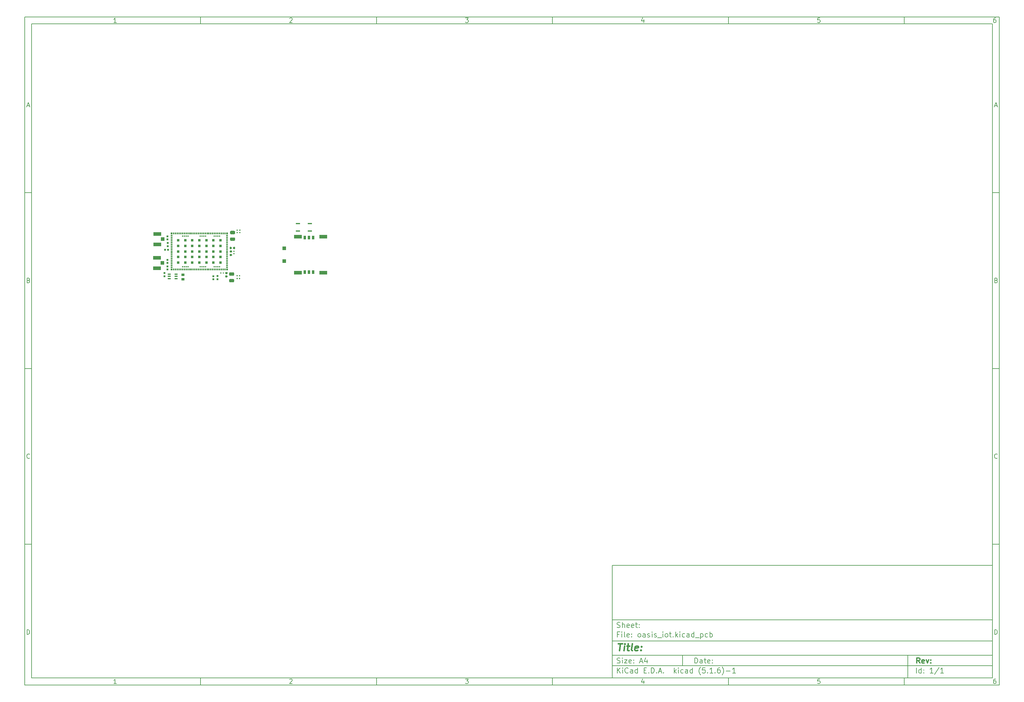
<source format=gtp>
G04 #@! TF.GenerationSoftware,KiCad,Pcbnew,(5.1.6)-1*
G04 #@! TF.CreationDate,2021-06-30T18:45:26-06:00*
G04 #@! TF.ProjectId,oasis_iot,6f617369-735f-4696-9f74-2e6b69636164,rev?*
G04 #@! TF.SameCoordinates,Original*
G04 #@! TF.FileFunction,Paste,Top*
G04 #@! TF.FilePolarity,Positive*
%FSLAX46Y46*%
G04 Gerber Fmt 4.6, Leading zero omitted, Abs format (unit mm)*
G04 Created by KiCad (PCBNEW (5.1.6)-1) date 2021-06-30 18:45:26*
%MOMM*%
%LPD*%
G01*
G04 APERTURE LIST*
%ADD10C,0.100000*%
%ADD11C,0.150000*%
%ADD12C,0.300000*%
%ADD13C,0.400000*%
%ADD14R,0.900000X0.700000*%
%ADD15R,1.000000X1.100000*%
%ADD16R,0.800000X1.000000*%
%ADD17R,2.300000X1.000000*%
%ADD18R,0.800000X0.800000*%
%ADD19R,0.300000X0.300000*%
%ADD20R,0.300000X0.540000*%
%ADD21R,0.540000X0.540000*%
%ADD22R,0.540000X0.300000*%
%ADD23R,1.050000X1.000000*%
%ADD24R,2.200000X1.050000*%
%ADD25R,0.600000X0.540000*%
%ADD26R,0.970000X0.390000*%
%ADD27R,1.143000X0.406400*%
%ADD28R,0.630000X0.510000*%
%ADD29R,0.540000X0.600000*%
G04 APERTURE END LIST*
D10*
D11*
X177002200Y-166007200D02*
X177002200Y-198007200D01*
X285002200Y-198007200D01*
X285002200Y-166007200D01*
X177002200Y-166007200D01*
D10*
D11*
X10000000Y-10000000D02*
X10000000Y-200007200D01*
X287002200Y-200007200D01*
X287002200Y-10000000D01*
X10000000Y-10000000D01*
D10*
D11*
X12000000Y-12000000D02*
X12000000Y-198007200D01*
X285002200Y-198007200D01*
X285002200Y-12000000D01*
X12000000Y-12000000D01*
D10*
D11*
X60000000Y-12000000D02*
X60000000Y-10000000D01*
D10*
D11*
X110000000Y-12000000D02*
X110000000Y-10000000D01*
D10*
D11*
X160000000Y-12000000D02*
X160000000Y-10000000D01*
D10*
D11*
X210000000Y-12000000D02*
X210000000Y-10000000D01*
D10*
D11*
X260000000Y-12000000D02*
X260000000Y-10000000D01*
D10*
D11*
X36065476Y-11588095D02*
X35322619Y-11588095D01*
X35694047Y-11588095D02*
X35694047Y-10288095D01*
X35570238Y-10473809D01*
X35446428Y-10597619D01*
X35322619Y-10659523D01*
D10*
D11*
X85322619Y-10411904D02*
X85384523Y-10350000D01*
X85508333Y-10288095D01*
X85817857Y-10288095D01*
X85941666Y-10350000D01*
X86003571Y-10411904D01*
X86065476Y-10535714D01*
X86065476Y-10659523D01*
X86003571Y-10845238D01*
X85260714Y-11588095D01*
X86065476Y-11588095D01*
D10*
D11*
X135260714Y-10288095D02*
X136065476Y-10288095D01*
X135632142Y-10783333D01*
X135817857Y-10783333D01*
X135941666Y-10845238D01*
X136003571Y-10907142D01*
X136065476Y-11030952D01*
X136065476Y-11340476D01*
X136003571Y-11464285D01*
X135941666Y-11526190D01*
X135817857Y-11588095D01*
X135446428Y-11588095D01*
X135322619Y-11526190D01*
X135260714Y-11464285D01*
D10*
D11*
X185941666Y-10721428D02*
X185941666Y-11588095D01*
X185632142Y-10226190D02*
X185322619Y-11154761D01*
X186127380Y-11154761D01*
D10*
D11*
X236003571Y-10288095D02*
X235384523Y-10288095D01*
X235322619Y-10907142D01*
X235384523Y-10845238D01*
X235508333Y-10783333D01*
X235817857Y-10783333D01*
X235941666Y-10845238D01*
X236003571Y-10907142D01*
X236065476Y-11030952D01*
X236065476Y-11340476D01*
X236003571Y-11464285D01*
X235941666Y-11526190D01*
X235817857Y-11588095D01*
X235508333Y-11588095D01*
X235384523Y-11526190D01*
X235322619Y-11464285D01*
D10*
D11*
X285941666Y-10288095D02*
X285694047Y-10288095D01*
X285570238Y-10350000D01*
X285508333Y-10411904D01*
X285384523Y-10597619D01*
X285322619Y-10845238D01*
X285322619Y-11340476D01*
X285384523Y-11464285D01*
X285446428Y-11526190D01*
X285570238Y-11588095D01*
X285817857Y-11588095D01*
X285941666Y-11526190D01*
X286003571Y-11464285D01*
X286065476Y-11340476D01*
X286065476Y-11030952D01*
X286003571Y-10907142D01*
X285941666Y-10845238D01*
X285817857Y-10783333D01*
X285570238Y-10783333D01*
X285446428Y-10845238D01*
X285384523Y-10907142D01*
X285322619Y-11030952D01*
D10*
D11*
X60000000Y-198007200D02*
X60000000Y-200007200D01*
D10*
D11*
X110000000Y-198007200D02*
X110000000Y-200007200D01*
D10*
D11*
X160000000Y-198007200D02*
X160000000Y-200007200D01*
D10*
D11*
X210000000Y-198007200D02*
X210000000Y-200007200D01*
D10*
D11*
X260000000Y-198007200D02*
X260000000Y-200007200D01*
D10*
D11*
X36065476Y-199595295D02*
X35322619Y-199595295D01*
X35694047Y-199595295D02*
X35694047Y-198295295D01*
X35570238Y-198481009D01*
X35446428Y-198604819D01*
X35322619Y-198666723D01*
D10*
D11*
X85322619Y-198419104D02*
X85384523Y-198357200D01*
X85508333Y-198295295D01*
X85817857Y-198295295D01*
X85941666Y-198357200D01*
X86003571Y-198419104D01*
X86065476Y-198542914D01*
X86065476Y-198666723D01*
X86003571Y-198852438D01*
X85260714Y-199595295D01*
X86065476Y-199595295D01*
D10*
D11*
X135260714Y-198295295D02*
X136065476Y-198295295D01*
X135632142Y-198790533D01*
X135817857Y-198790533D01*
X135941666Y-198852438D01*
X136003571Y-198914342D01*
X136065476Y-199038152D01*
X136065476Y-199347676D01*
X136003571Y-199471485D01*
X135941666Y-199533390D01*
X135817857Y-199595295D01*
X135446428Y-199595295D01*
X135322619Y-199533390D01*
X135260714Y-199471485D01*
D10*
D11*
X185941666Y-198728628D02*
X185941666Y-199595295D01*
X185632142Y-198233390D02*
X185322619Y-199161961D01*
X186127380Y-199161961D01*
D10*
D11*
X236003571Y-198295295D02*
X235384523Y-198295295D01*
X235322619Y-198914342D01*
X235384523Y-198852438D01*
X235508333Y-198790533D01*
X235817857Y-198790533D01*
X235941666Y-198852438D01*
X236003571Y-198914342D01*
X236065476Y-199038152D01*
X236065476Y-199347676D01*
X236003571Y-199471485D01*
X235941666Y-199533390D01*
X235817857Y-199595295D01*
X235508333Y-199595295D01*
X235384523Y-199533390D01*
X235322619Y-199471485D01*
D10*
D11*
X285941666Y-198295295D02*
X285694047Y-198295295D01*
X285570238Y-198357200D01*
X285508333Y-198419104D01*
X285384523Y-198604819D01*
X285322619Y-198852438D01*
X285322619Y-199347676D01*
X285384523Y-199471485D01*
X285446428Y-199533390D01*
X285570238Y-199595295D01*
X285817857Y-199595295D01*
X285941666Y-199533390D01*
X286003571Y-199471485D01*
X286065476Y-199347676D01*
X286065476Y-199038152D01*
X286003571Y-198914342D01*
X285941666Y-198852438D01*
X285817857Y-198790533D01*
X285570238Y-198790533D01*
X285446428Y-198852438D01*
X285384523Y-198914342D01*
X285322619Y-199038152D01*
D10*
D11*
X10000000Y-60000000D02*
X12000000Y-60000000D01*
D10*
D11*
X10000000Y-110000000D02*
X12000000Y-110000000D01*
D10*
D11*
X10000000Y-160000000D02*
X12000000Y-160000000D01*
D10*
D11*
X10690476Y-35216666D02*
X11309523Y-35216666D01*
X10566666Y-35588095D02*
X11000000Y-34288095D01*
X11433333Y-35588095D01*
D10*
D11*
X11092857Y-84907142D02*
X11278571Y-84969047D01*
X11340476Y-85030952D01*
X11402380Y-85154761D01*
X11402380Y-85340476D01*
X11340476Y-85464285D01*
X11278571Y-85526190D01*
X11154761Y-85588095D01*
X10659523Y-85588095D01*
X10659523Y-84288095D01*
X11092857Y-84288095D01*
X11216666Y-84350000D01*
X11278571Y-84411904D01*
X11340476Y-84535714D01*
X11340476Y-84659523D01*
X11278571Y-84783333D01*
X11216666Y-84845238D01*
X11092857Y-84907142D01*
X10659523Y-84907142D01*
D10*
D11*
X11402380Y-135464285D02*
X11340476Y-135526190D01*
X11154761Y-135588095D01*
X11030952Y-135588095D01*
X10845238Y-135526190D01*
X10721428Y-135402380D01*
X10659523Y-135278571D01*
X10597619Y-135030952D01*
X10597619Y-134845238D01*
X10659523Y-134597619D01*
X10721428Y-134473809D01*
X10845238Y-134350000D01*
X11030952Y-134288095D01*
X11154761Y-134288095D01*
X11340476Y-134350000D01*
X11402380Y-134411904D01*
D10*
D11*
X10659523Y-185588095D02*
X10659523Y-184288095D01*
X10969047Y-184288095D01*
X11154761Y-184350000D01*
X11278571Y-184473809D01*
X11340476Y-184597619D01*
X11402380Y-184845238D01*
X11402380Y-185030952D01*
X11340476Y-185278571D01*
X11278571Y-185402380D01*
X11154761Y-185526190D01*
X10969047Y-185588095D01*
X10659523Y-185588095D01*
D10*
D11*
X287002200Y-60000000D02*
X285002200Y-60000000D01*
D10*
D11*
X287002200Y-110000000D02*
X285002200Y-110000000D01*
D10*
D11*
X287002200Y-160000000D02*
X285002200Y-160000000D01*
D10*
D11*
X285692676Y-35216666D02*
X286311723Y-35216666D01*
X285568866Y-35588095D02*
X286002200Y-34288095D01*
X286435533Y-35588095D01*
D10*
D11*
X286095057Y-84907142D02*
X286280771Y-84969047D01*
X286342676Y-85030952D01*
X286404580Y-85154761D01*
X286404580Y-85340476D01*
X286342676Y-85464285D01*
X286280771Y-85526190D01*
X286156961Y-85588095D01*
X285661723Y-85588095D01*
X285661723Y-84288095D01*
X286095057Y-84288095D01*
X286218866Y-84350000D01*
X286280771Y-84411904D01*
X286342676Y-84535714D01*
X286342676Y-84659523D01*
X286280771Y-84783333D01*
X286218866Y-84845238D01*
X286095057Y-84907142D01*
X285661723Y-84907142D01*
D10*
D11*
X286404580Y-135464285D02*
X286342676Y-135526190D01*
X286156961Y-135588095D01*
X286033152Y-135588095D01*
X285847438Y-135526190D01*
X285723628Y-135402380D01*
X285661723Y-135278571D01*
X285599819Y-135030952D01*
X285599819Y-134845238D01*
X285661723Y-134597619D01*
X285723628Y-134473809D01*
X285847438Y-134350000D01*
X286033152Y-134288095D01*
X286156961Y-134288095D01*
X286342676Y-134350000D01*
X286404580Y-134411904D01*
D10*
D11*
X285661723Y-185588095D02*
X285661723Y-184288095D01*
X285971247Y-184288095D01*
X286156961Y-184350000D01*
X286280771Y-184473809D01*
X286342676Y-184597619D01*
X286404580Y-184845238D01*
X286404580Y-185030952D01*
X286342676Y-185278571D01*
X286280771Y-185402380D01*
X286156961Y-185526190D01*
X285971247Y-185588095D01*
X285661723Y-185588095D01*
D10*
D11*
X200434342Y-193785771D02*
X200434342Y-192285771D01*
X200791485Y-192285771D01*
X201005771Y-192357200D01*
X201148628Y-192500057D01*
X201220057Y-192642914D01*
X201291485Y-192928628D01*
X201291485Y-193142914D01*
X201220057Y-193428628D01*
X201148628Y-193571485D01*
X201005771Y-193714342D01*
X200791485Y-193785771D01*
X200434342Y-193785771D01*
X202577200Y-193785771D02*
X202577200Y-193000057D01*
X202505771Y-192857200D01*
X202362914Y-192785771D01*
X202077200Y-192785771D01*
X201934342Y-192857200D01*
X202577200Y-193714342D02*
X202434342Y-193785771D01*
X202077200Y-193785771D01*
X201934342Y-193714342D01*
X201862914Y-193571485D01*
X201862914Y-193428628D01*
X201934342Y-193285771D01*
X202077200Y-193214342D01*
X202434342Y-193214342D01*
X202577200Y-193142914D01*
X203077200Y-192785771D02*
X203648628Y-192785771D01*
X203291485Y-192285771D02*
X203291485Y-193571485D01*
X203362914Y-193714342D01*
X203505771Y-193785771D01*
X203648628Y-193785771D01*
X204720057Y-193714342D02*
X204577200Y-193785771D01*
X204291485Y-193785771D01*
X204148628Y-193714342D01*
X204077200Y-193571485D01*
X204077200Y-193000057D01*
X204148628Y-192857200D01*
X204291485Y-192785771D01*
X204577200Y-192785771D01*
X204720057Y-192857200D01*
X204791485Y-193000057D01*
X204791485Y-193142914D01*
X204077200Y-193285771D01*
X205434342Y-193642914D02*
X205505771Y-193714342D01*
X205434342Y-193785771D01*
X205362914Y-193714342D01*
X205434342Y-193642914D01*
X205434342Y-193785771D01*
X205434342Y-192857200D02*
X205505771Y-192928628D01*
X205434342Y-193000057D01*
X205362914Y-192928628D01*
X205434342Y-192857200D01*
X205434342Y-193000057D01*
D10*
D11*
X177002200Y-194507200D02*
X285002200Y-194507200D01*
D10*
D11*
X178434342Y-196585771D02*
X178434342Y-195085771D01*
X179291485Y-196585771D02*
X178648628Y-195728628D01*
X179291485Y-195085771D02*
X178434342Y-195942914D01*
X179934342Y-196585771D02*
X179934342Y-195585771D01*
X179934342Y-195085771D02*
X179862914Y-195157200D01*
X179934342Y-195228628D01*
X180005771Y-195157200D01*
X179934342Y-195085771D01*
X179934342Y-195228628D01*
X181505771Y-196442914D02*
X181434342Y-196514342D01*
X181220057Y-196585771D01*
X181077200Y-196585771D01*
X180862914Y-196514342D01*
X180720057Y-196371485D01*
X180648628Y-196228628D01*
X180577200Y-195942914D01*
X180577200Y-195728628D01*
X180648628Y-195442914D01*
X180720057Y-195300057D01*
X180862914Y-195157200D01*
X181077200Y-195085771D01*
X181220057Y-195085771D01*
X181434342Y-195157200D01*
X181505771Y-195228628D01*
X182791485Y-196585771D02*
X182791485Y-195800057D01*
X182720057Y-195657200D01*
X182577200Y-195585771D01*
X182291485Y-195585771D01*
X182148628Y-195657200D01*
X182791485Y-196514342D02*
X182648628Y-196585771D01*
X182291485Y-196585771D01*
X182148628Y-196514342D01*
X182077200Y-196371485D01*
X182077200Y-196228628D01*
X182148628Y-196085771D01*
X182291485Y-196014342D01*
X182648628Y-196014342D01*
X182791485Y-195942914D01*
X184148628Y-196585771D02*
X184148628Y-195085771D01*
X184148628Y-196514342D02*
X184005771Y-196585771D01*
X183720057Y-196585771D01*
X183577200Y-196514342D01*
X183505771Y-196442914D01*
X183434342Y-196300057D01*
X183434342Y-195871485D01*
X183505771Y-195728628D01*
X183577200Y-195657200D01*
X183720057Y-195585771D01*
X184005771Y-195585771D01*
X184148628Y-195657200D01*
X186005771Y-195800057D02*
X186505771Y-195800057D01*
X186720057Y-196585771D02*
X186005771Y-196585771D01*
X186005771Y-195085771D01*
X186720057Y-195085771D01*
X187362914Y-196442914D02*
X187434342Y-196514342D01*
X187362914Y-196585771D01*
X187291485Y-196514342D01*
X187362914Y-196442914D01*
X187362914Y-196585771D01*
X188077200Y-196585771D02*
X188077200Y-195085771D01*
X188434342Y-195085771D01*
X188648628Y-195157200D01*
X188791485Y-195300057D01*
X188862914Y-195442914D01*
X188934342Y-195728628D01*
X188934342Y-195942914D01*
X188862914Y-196228628D01*
X188791485Y-196371485D01*
X188648628Y-196514342D01*
X188434342Y-196585771D01*
X188077200Y-196585771D01*
X189577200Y-196442914D02*
X189648628Y-196514342D01*
X189577200Y-196585771D01*
X189505771Y-196514342D01*
X189577200Y-196442914D01*
X189577200Y-196585771D01*
X190220057Y-196157200D02*
X190934342Y-196157200D01*
X190077200Y-196585771D02*
X190577200Y-195085771D01*
X191077200Y-196585771D01*
X191577200Y-196442914D02*
X191648628Y-196514342D01*
X191577200Y-196585771D01*
X191505771Y-196514342D01*
X191577200Y-196442914D01*
X191577200Y-196585771D01*
X194577200Y-196585771D02*
X194577200Y-195085771D01*
X194720057Y-196014342D02*
X195148628Y-196585771D01*
X195148628Y-195585771D02*
X194577200Y-196157200D01*
X195791485Y-196585771D02*
X195791485Y-195585771D01*
X195791485Y-195085771D02*
X195720057Y-195157200D01*
X195791485Y-195228628D01*
X195862914Y-195157200D01*
X195791485Y-195085771D01*
X195791485Y-195228628D01*
X197148628Y-196514342D02*
X197005771Y-196585771D01*
X196720057Y-196585771D01*
X196577200Y-196514342D01*
X196505771Y-196442914D01*
X196434342Y-196300057D01*
X196434342Y-195871485D01*
X196505771Y-195728628D01*
X196577200Y-195657200D01*
X196720057Y-195585771D01*
X197005771Y-195585771D01*
X197148628Y-195657200D01*
X198434342Y-196585771D02*
X198434342Y-195800057D01*
X198362914Y-195657200D01*
X198220057Y-195585771D01*
X197934342Y-195585771D01*
X197791485Y-195657200D01*
X198434342Y-196514342D02*
X198291485Y-196585771D01*
X197934342Y-196585771D01*
X197791485Y-196514342D01*
X197720057Y-196371485D01*
X197720057Y-196228628D01*
X197791485Y-196085771D01*
X197934342Y-196014342D01*
X198291485Y-196014342D01*
X198434342Y-195942914D01*
X199791485Y-196585771D02*
X199791485Y-195085771D01*
X199791485Y-196514342D02*
X199648628Y-196585771D01*
X199362914Y-196585771D01*
X199220057Y-196514342D01*
X199148628Y-196442914D01*
X199077200Y-196300057D01*
X199077200Y-195871485D01*
X199148628Y-195728628D01*
X199220057Y-195657200D01*
X199362914Y-195585771D01*
X199648628Y-195585771D01*
X199791485Y-195657200D01*
X202077200Y-197157200D02*
X202005771Y-197085771D01*
X201862914Y-196871485D01*
X201791485Y-196728628D01*
X201720057Y-196514342D01*
X201648628Y-196157200D01*
X201648628Y-195871485D01*
X201720057Y-195514342D01*
X201791485Y-195300057D01*
X201862914Y-195157200D01*
X202005771Y-194942914D01*
X202077200Y-194871485D01*
X203362914Y-195085771D02*
X202648628Y-195085771D01*
X202577200Y-195800057D01*
X202648628Y-195728628D01*
X202791485Y-195657200D01*
X203148628Y-195657200D01*
X203291485Y-195728628D01*
X203362914Y-195800057D01*
X203434342Y-195942914D01*
X203434342Y-196300057D01*
X203362914Y-196442914D01*
X203291485Y-196514342D01*
X203148628Y-196585771D01*
X202791485Y-196585771D01*
X202648628Y-196514342D01*
X202577200Y-196442914D01*
X204077200Y-196442914D02*
X204148628Y-196514342D01*
X204077200Y-196585771D01*
X204005771Y-196514342D01*
X204077200Y-196442914D01*
X204077200Y-196585771D01*
X205577200Y-196585771D02*
X204720057Y-196585771D01*
X205148628Y-196585771D02*
X205148628Y-195085771D01*
X205005771Y-195300057D01*
X204862914Y-195442914D01*
X204720057Y-195514342D01*
X206220057Y-196442914D02*
X206291485Y-196514342D01*
X206220057Y-196585771D01*
X206148628Y-196514342D01*
X206220057Y-196442914D01*
X206220057Y-196585771D01*
X207577200Y-195085771D02*
X207291485Y-195085771D01*
X207148628Y-195157200D01*
X207077200Y-195228628D01*
X206934342Y-195442914D01*
X206862914Y-195728628D01*
X206862914Y-196300057D01*
X206934342Y-196442914D01*
X207005771Y-196514342D01*
X207148628Y-196585771D01*
X207434342Y-196585771D01*
X207577200Y-196514342D01*
X207648628Y-196442914D01*
X207720057Y-196300057D01*
X207720057Y-195942914D01*
X207648628Y-195800057D01*
X207577200Y-195728628D01*
X207434342Y-195657200D01*
X207148628Y-195657200D01*
X207005771Y-195728628D01*
X206934342Y-195800057D01*
X206862914Y-195942914D01*
X208220057Y-197157200D02*
X208291485Y-197085771D01*
X208434342Y-196871485D01*
X208505771Y-196728628D01*
X208577200Y-196514342D01*
X208648628Y-196157200D01*
X208648628Y-195871485D01*
X208577200Y-195514342D01*
X208505771Y-195300057D01*
X208434342Y-195157200D01*
X208291485Y-194942914D01*
X208220057Y-194871485D01*
X209362914Y-196014342D02*
X210505771Y-196014342D01*
X212005771Y-196585771D02*
X211148628Y-196585771D01*
X211577200Y-196585771D02*
X211577200Y-195085771D01*
X211434342Y-195300057D01*
X211291485Y-195442914D01*
X211148628Y-195514342D01*
D10*
D11*
X177002200Y-191507200D02*
X285002200Y-191507200D01*
D10*
D12*
X264411485Y-193785771D02*
X263911485Y-193071485D01*
X263554342Y-193785771D02*
X263554342Y-192285771D01*
X264125771Y-192285771D01*
X264268628Y-192357200D01*
X264340057Y-192428628D01*
X264411485Y-192571485D01*
X264411485Y-192785771D01*
X264340057Y-192928628D01*
X264268628Y-193000057D01*
X264125771Y-193071485D01*
X263554342Y-193071485D01*
X265625771Y-193714342D02*
X265482914Y-193785771D01*
X265197200Y-193785771D01*
X265054342Y-193714342D01*
X264982914Y-193571485D01*
X264982914Y-193000057D01*
X265054342Y-192857200D01*
X265197200Y-192785771D01*
X265482914Y-192785771D01*
X265625771Y-192857200D01*
X265697200Y-193000057D01*
X265697200Y-193142914D01*
X264982914Y-193285771D01*
X266197200Y-192785771D02*
X266554342Y-193785771D01*
X266911485Y-192785771D01*
X267482914Y-193642914D02*
X267554342Y-193714342D01*
X267482914Y-193785771D01*
X267411485Y-193714342D01*
X267482914Y-193642914D01*
X267482914Y-193785771D01*
X267482914Y-192857200D02*
X267554342Y-192928628D01*
X267482914Y-193000057D01*
X267411485Y-192928628D01*
X267482914Y-192857200D01*
X267482914Y-193000057D01*
D10*
D11*
X178362914Y-193714342D02*
X178577200Y-193785771D01*
X178934342Y-193785771D01*
X179077200Y-193714342D01*
X179148628Y-193642914D01*
X179220057Y-193500057D01*
X179220057Y-193357200D01*
X179148628Y-193214342D01*
X179077200Y-193142914D01*
X178934342Y-193071485D01*
X178648628Y-193000057D01*
X178505771Y-192928628D01*
X178434342Y-192857200D01*
X178362914Y-192714342D01*
X178362914Y-192571485D01*
X178434342Y-192428628D01*
X178505771Y-192357200D01*
X178648628Y-192285771D01*
X179005771Y-192285771D01*
X179220057Y-192357200D01*
X179862914Y-193785771D02*
X179862914Y-192785771D01*
X179862914Y-192285771D02*
X179791485Y-192357200D01*
X179862914Y-192428628D01*
X179934342Y-192357200D01*
X179862914Y-192285771D01*
X179862914Y-192428628D01*
X180434342Y-192785771D02*
X181220057Y-192785771D01*
X180434342Y-193785771D01*
X181220057Y-193785771D01*
X182362914Y-193714342D02*
X182220057Y-193785771D01*
X181934342Y-193785771D01*
X181791485Y-193714342D01*
X181720057Y-193571485D01*
X181720057Y-193000057D01*
X181791485Y-192857200D01*
X181934342Y-192785771D01*
X182220057Y-192785771D01*
X182362914Y-192857200D01*
X182434342Y-193000057D01*
X182434342Y-193142914D01*
X181720057Y-193285771D01*
X183077200Y-193642914D02*
X183148628Y-193714342D01*
X183077200Y-193785771D01*
X183005771Y-193714342D01*
X183077200Y-193642914D01*
X183077200Y-193785771D01*
X183077200Y-192857200D02*
X183148628Y-192928628D01*
X183077200Y-193000057D01*
X183005771Y-192928628D01*
X183077200Y-192857200D01*
X183077200Y-193000057D01*
X184862914Y-193357200D02*
X185577200Y-193357200D01*
X184720057Y-193785771D02*
X185220057Y-192285771D01*
X185720057Y-193785771D01*
X186862914Y-192785771D02*
X186862914Y-193785771D01*
X186505771Y-192214342D02*
X186148628Y-193285771D01*
X187077200Y-193285771D01*
D10*
D11*
X263434342Y-196585771D02*
X263434342Y-195085771D01*
X264791485Y-196585771D02*
X264791485Y-195085771D01*
X264791485Y-196514342D02*
X264648628Y-196585771D01*
X264362914Y-196585771D01*
X264220057Y-196514342D01*
X264148628Y-196442914D01*
X264077200Y-196300057D01*
X264077200Y-195871485D01*
X264148628Y-195728628D01*
X264220057Y-195657200D01*
X264362914Y-195585771D01*
X264648628Y-195585771D01*
X264791485Y-195657200D01*
X265505771Y-196442914D02*
X265577200Y-196514342D01*
X265505771Y-196585771D01*
X265434342Y-196514342D01*
X265505771Y-196442914D01*
X265505771Y-196585771D01*
X265505771Y-195657200D02*
X265577200Y-195728628D01*
X265505771Y-195800057D01*
X265434342Y-195728628D01*
X265505771Y-195657200D01*
X265505771Y-195800057D01*
X268148628Y-196585771D02*
X267291485Y-196585771D01*
X267720057Y-196585771D02*
X267720057Y-195085771D01*
X267577200Y-195300057D01*
X267434342Y-195442914D01*
X267291485Y-195514342D01*
X269862914Y-195014342D02*
X268577200Y-196942914D01*
X271148628Y-196585771D02*
X270291485Y-196585771D01*
X270720057Y-196585771D02*
X270720057Y-195085771D01*
X270577200Y-195300057D01*
X270434342Y-195442914D01*
X270291485Y-195514342D01*
D10*
D11*
X177002200Y-187507200D02*
X285002200Y-187507200D01*
D10*
D13*
X178714580Y-188211961D02*
X179857438Y-188211961D01*
X179036009Y-190211961D02*
X179286009Y-188211961D01*
X180274104Y-190211961D02*
X180440771Y-188878628D01*
X180524104Y-188211961D02*
X180416961Y-188307200D01*
X180500295Y-188402438D01*
X180607438Y-188307200D01*
X180524104Y-188211961D01*
X180500295Y-188402438D01*
X181107438Y-188878628D02*
X181869342Y-188878628D01*
X181476485Y-188211961D02*
X181262200Y-189926247D01*
X181333628Y-190116723D01*
X181512200Y-190211961D01*
X181702676Y-190211961D01*
X182655057Y-190211961D02*
X182476485Y-190116723D01*
X182405057Y-189926247D01*
X182619342Y-188211961D01*
X184190771Y-190116723D02*
X183988390Y-190211961D01*
X183607438Y-190211961D01*
X183428866Y-190116723D01*
X183357438Y-189926247D01*
X183452676Y-189164342D01*
X183571723Y-188973866D01*
X183774104Y-188878628D01*
X184155057Y-188878628D01*
X184333628Y-188973866D01*
X184405057Y-189164342D01*
X184381247Y-189354819D01*
X183405057Y-189545295D01*
X185155057Y-190021485D02*
X185238390Y-190116723D01*
X185131247Y-190211961D01*
X185047914Y-190116723D01*
X185155057Y-190021485D01*
X185131247Y-190211961D01*
X185286009Y-188973866D02*
X185369342Y-189069104D01*
X185262200Y-189164342D01*
X185178866Y-189069104D01*
X185286009Y-188973866D01*
X185262200Y-189164342D01*
D10*
D11*
X178934342Y-185600057D02*
X178434342Y-185600057D01*
X178434342Y-186385771D02*
X178434342Y-184885771D01*
X179148628Y-184885771D01*
X179720057Y-186385771D02*
X179720057Y-185385771D01*
X179720057Y-184885771D02*
X179648628Y-184957200D01*
X179720057Y-185028628D01*
X179791485Y-184957200D01*
X179720057Y-184885771D01*
X179720057Y-185028628D01*
X180648628Y-186385771D02*
X180505771Y-186314342D01*
X180434342Y-186171485D01*
X180434342Y-184885771D01*
X181791485Y-186314342D02*
X181648628Y-186385771D01*
X181362914Y-186385771D01*
X181220057Y-186314342D01*
X181148628Y-186171485D01*
X181148628Y-185600057D01*
X181220057Y-185457200D01*
X181362914Y-185385771D01*
X181648628Y-185385771D01*
X181791485Y-185457200D01*
X181862914Y-185600057D01*
X181862914Y-185742914D01*
X181148628Y-185885771D01*
X182505771Y-186242914D02*
X182577200Y-186314342D01*
X182505771Y-186385771D01*
X182434342Y-186314342D01*
X182505771Y-186242914D01*
X182505771Y-186385771D01*
X182505771Y-185457200D02*
X182577200Y-185528628D01*
X182505771Y-185600057D01*
X182434342Y-185528628D01*
X182505771Y-185457200D01*
X182505771Y-185600057D01*
X184577200Y-186385771D02*
X184434342Y-186314342D01*
X184362914Y-186242914D01*
X184291485Y-186100057D01*
X184291485Y-185671485D01*
X184362914Y-185528628D01*
X184434342Y-185457200D01*
X184577200Y-185385771D01*
X184791485Y-185385771D01*
X184934342Y-185457200D01*
X185005771Y-185528628D01*
X185077200Y-185671485D01*
X185077200Y-186100057D01*
X185005771Y-186242914D01*
X184934342Y-186314342D01*
X184791485Y-186385771D01*
X184577200Y-186385771D01*
X186362914Y-186385771D02*
X186362914Y-185600057D01*
X186291485Y-185457200D01*
X186148628Y-185385771D01*
X185862914Y-185385771D01*
X185720057Y-185457200D01*
X186362914Y-186314342D02*
X186220057Y-186385771D01*
X185862914Y-186385771D01*
X185720057Y-186314342D01*
X185648628Y-186171485D01*
X185648628Y-186028628D01*
X185720057Y-185885771D01*
X185862914Y-185814342D01*
X186220057Y-185814342D01*
X186362914Y-185742914D01*
X187005771Y-186314342D02*
X187148628Y-186385771D01*
X187434342Y-186385771D01*
X187577200Y-186314342D01*
X187648628Y-186171485D01*
X187648628Y-186100057D01*
X187577200Y-185957200D01*
X187434342Y-185885771D01*
X187220057Y-185885771D01*
X187077200Y-185814342D01*
X187005771Y-185671485D01*
X187005771Y-185600057D01*
X187077200Y-185457200D01*
X187220057Y-185385771D01*
X187434342Y-185385771D01*
X187577200Y-185457200D01*
X188291485Y-186385771D02*
X188291485Y-185385771D01*
X188291485Y-184885771D02*
X188220057Y-184957200D01*
X188291485Y-185028628D01*
X188362914Y-184957200D01*
X188291485Y-184885771D01*
X188291485Y-185028628D01*
X188934342Y-186314342D02*
X189077200Y-186385771D01*
X189362914Y-186385771D01*
X189505771Y-186314342D01*
X189577200Y-186171485D01*
X189577200Y-186100057D01*
X189505771Y-185957200D01*
X189362914Y-185885771D01*
X189148628Y-185885771D01*
X189005771Y-185814342D01*
X188934342Y-185671485D01*
X188934342Y-185600057D01*
X189005771Y-185457200D01*
X189148628Y-185385771D01*
X189362914Y-185385771D01*
X189505771Y-185457200D01*
X189862914Y-186528628D02*
X191005771Y-186528628D01*
X191362914Y-186385771D02*
X191362914Y-185385771D01*
X191362914Y-184885771D02*
X191291485Y-184957200D01*
X191362914Y-185028628D01*
X191434342Y-184957200D01*
X191362914Y-184885771D01*
X191362914Y-185028628D01*
X192291485Y-186385771D02*
X192148628Y-186314342D01*
X192077200Y-186242914D01*
X192005771Y-186100057D01*
X192005771Y-185671485D01*
X192077200Y-185528628D01*
X192148628Y-185457200D01*
X192291485Y-185385771D01*
X192505771Y-185385771D01*
X192648628Y-185457200D01*
X192720057Y-185528628D01*
X192791485Y-185671485D01*
X192791485Y-186100057D01*
X192720057Y-186242914D01*
X192648628Y-186314342D01*
X192505771Y-186385771D01*
X192291485Y-186385771D01*
X193220057Y-185385771D02*
X193791485Y-185385771D01*
X193434342Y-184885771D02*
X193434342Y-186171485D01*
X193505771Y-186314342D01*
X193648628Y-186385771D01*
X193791485Y-186385771D01*
X194291485Y-186242914D02*
X194362914Y-186314342D01*
X194291485Y-186385771D01*
X194220057Y-186314342D01*
X194291485Y-186242914D01*
X194291485Y-186385771D01*
X195005771Y-186385771D02*
X195005771Y-184885771D01*
X195148628Y-185814342D02*
X195577200Y-186385771D01*
X195577200Y-185385771D02*
X195005771Y-185957200D01*
X196220057Y-186385771D02*
X196220057Y-185385771D01*
X196220057Y-184885771D02*
X196148628Y-184957200D01*
X196220057Y-185028628D01*
X196291485Y-184957200D01*
X196220057Y-184885771D01*
X196220057Y-185028628D01*
X197577200Y-186314342D02*
X197434342Y-186385771D01*
X197148628Y-186385771D01*
X197005771Y-186314342D01*
X196934342Y-186242914D01*
X196862914Y-186100057D01*
X196862914Y-185671485D01*
X196934342Y-185528628D01*
X197005771Y-185457200D01*
X197148628Y-185385771D01*
X197434342Y-185385771D01*
X197577200Y-185457200D01*
X198862914Y-186385771D02*
X198862914Y-185600057D01*
X198791485Y-185457200D01*
X198648628Y-185385771D01*
X198362914Y-185385771D01*
X198220057Y-185457200D01*
X198862914Y-186314342D02*
X198720057Y-186385771D01*
X198362914Y-186385771D01*
X198220057Y-186314342D01*
X198148628Y-186171485D01*
X198148628Y-186028628D01*
X198220057Y-185885771D01*
X198362914Y-185814342D01*
X198720057Y-185814342D01*
X198862914Y-185742914D01*
X200220057Y-186385771D02*
X200220057Y-184885771D01*
X200220057Y-186314342D02*
X200077200Y-186385771D01*
X199791485Y-186385771D01*
X199648628Y-186314342D01*
X199577200Y-186242914D01*
X199505771Y-186100057D01*
X199505771Y-185671485D01*
X199577200Y-185528628D01*
X199648628Y-185457200D01*
X199791485Y-185385771D01*
X200077200Y-185385771D01*
X200220057Y-185457200D01*
X200577200Y-186528628D02*
X201720057Y-186528628D01*
X202077200Y-185385771D02*
X202077200Y-186885771D01*
X202077200Y-185457200D02*
X202220057Y-185385771D01*
X202505771Y-185385771D01*
X202648628Y-185457200D01*
X202720057Y-185528628D01*
X202791485Y-185671485D01*
X202791485Y-186100057D01*
X202720057Y-186242914D01*
X202648628Y-186314342D01*
X202505771Y-186385771D01*
X202220057Y-186385771D01*
X202077200Y-186314342D01*
X204077200Y-186314342D02*
X203934342Y-186385771D01*
X203648628Y-186385771D01*
X203505771Y-186314342D01*
X203434342Y-186242914D01*
X203362914Y-186100057D01*
X203362914Y-185671485D01*
X203434342Y-185528628D01*
X203505771Y-185457200D01*
X203648628Y-185385771D01*
X203934342Y-185385771D01*
X204077200Y-185457200D01*
X204720057Y-186385771D02*
X204720057Y-184885771D01*
X204720057Y-185457200D02*
X204862914Y-185385771D01*
X205148628Y-185385771D01*
X205291485Y-185457200D01*
X205362914Y-185528628D01*
X205434342Y-185671485D01*
X205434342Y-186100057D01*
X205362914Y-186242914D01*
X205291485Y-186314342D01*
X205148628Y-186385771D01*
X204862914Y-186385771D01*
X204720057Y-186314342D01*
D10*
D11*
X177002200Y-181507200D02*
X285002200Y-181507200D01*
D10*
D11*
X178362914Y-183614342D02*
X178577200Y-183685771D01*
X178934342Y-183685771D01*
X179077200Y-183614342D01*
X179148628Y-183542914D01*
X179220057Y-183400057D01*
X179220057Y-183257200D01*
X179148628Y-183114342D01*
X179077200Y-183042914D01*
X178934342Y-182971485D01*
X178648628Y-182900057D01*
X178505771Y-182828628D01*
X178434342Y-182757200D01*
X178362914Y-182614342D01*
X178362914Y-182471485D01*
X178434342Y-182328628D01*
X178505771Y-182257200D01*
X178648628Y-182185771D01*
X179005771Y-182185771D01*
X179220057Y-182257200D01*
X179862914Y-183685771D02*
X179862914Y-182185771D01*
X180505771Y-183685771D02*
X180505771Y-182900057D01*
X180434342Y-182757200D01*
X180291485Y-182685771D01*
X180077200Y-182685771D01*
X179934342Y-182757200D01*
X179862914Y-182828628D01*
X181791485Y-183614342D02*
X181648628Y-183685771D01*
X181362914Y-183685771D01*
X181220057Y-183614342D01*
X181148628Y-183471485D01*
X181148628Y-182900057D01*
X181220057Y-182757200D01*
X181362914Y-182685771D01*
X181648628Y-182685771D01*
X181791485Y-182757200D01*
X181862914Y-182900057D01*
X181862914Y-183042914D01*
X181148628Y-183185771D01*
X183077200Y-183614342D02*
X182934342Y-183685771D01*
X182648628Y-183685771D01*
X182505771Y-183614342D01*
X182434342Y-183471485D01*
X182434342Y-182900057D01*
X182505771Y-182757200D01*
X182648628Y-182685771D01*
X182934342Y-182685771D01*
X183077200Y-182757200D01*
X183148628Y-182900057D01*
X183148628Y-183042914D01*
X182434342Y-183185771D01*
X183577200Y-182685771D02*
X184148628Y-182685771D01*
X183791485Y-182185771D02*
X183791485Y-183471485D01*
X183862914Y-183614342D01*
X184005771Y-183685771D01*
X184148628Y-183685771D01*
X184648628Y-183542914D02*
X184720057Y-183614342D01*
X184648628Y-183685771D01*
X184577200Y-183614342D01*
X184648628Y-183542914D01*
X184648628Y-183685771D01*
X184648628Y-182757200D02*
X184720057Y-182828628D01*
X184648628Y-182900057D01*
X184577200Y-182828628D01*
X184648628Y-182757200D01*
X184648628Y-182900057D01*
D10*
D11*
X197002200Y-191507200D02*
X197002200Y-194507200D01*
D10*
D11*
X261002200Y-191507200D02*
X261002200Y-198007200D01*
D14*
X54990000Y-84650000D03*
X54990000Y-83350000D03*
D15*
X83739000Y-75820000D03*
X83739000Y-79460000D03*
D16*
X89614000Y-82540000D03*
X90814000Y-82540000D03*
X89614000Y-72740000D03*
X90814000Y-72740000D03*
X92014000Y-72740000D03*
X92014000Y-82540000D03*
D17*
X94864000Y-72540000D03*
X87664000Y-72540000D03*
X87664000Y-82740000D03*
X94864000Y-82740000D03*
G36*
G01*
X65914000Y-82729500D02*
X65914000Y-82930500D01*
G75*
G02*
X65834500Y-83010000I-79500J0D01*
G01*
X65675500Y-83010000D01*
G75*
G02*
X65596000Y-82930500I0J79500D01*
G01*
X65596000Y-82729500D01*
G75*
G02*
X65675500Y-82650000I79500J0D01*
G01*
X65834500Y-82650000D01*
G75*
G02*
X65914000Y-82729500I0J-79500D01*
G01*
G37*
G36*
G01*
X66604000Y-82729500D02*
X66604000Y-82930500D01*
G75*
G02*
X66524500Y-83010000I-79500J0D01*
G01*
X66365500Y-83010000D01*
G75*
G02*
X66286000Y-82930500I0J79500D01*
G01*
X66286000Y-82729500D01*
G75*
G02*
X66365500Y-82650000I79500J0D01*
G01*
X66524500Y-82650000D01*
G75*
G02*
X66604000Y-82729500I0J-79500D01*
G01*
G37*
G36*
G01*
X67502500Y-83130000D02*
X67157500Y-83130000D01*
G75*
G02*
X67010000Y-82982500I0J147500D01*
G01*
X67010000Y-82687500D01*
G75*
G02*
X67157500Y-82540000I147500J0D01*
G01*
X67502500Y-82540000D01*
G75*
G02*
X67650000Y-82687500I0J-147500D01*
G01*
X67650000Y-82982500D01*
G75*
G02*
X67502500Y-83130000I-147500J0D01*
G01*
G37*
G36*
G01*
X67502500Y-84100000D02*
X67157500Y-84100000D01*
G75*
G02*
X67010000Y-83952500I0J147500D01*
G01*
X67010000Y-83657500D01*
G75*
G02*
X67157500Y-83510000I147500J0D01*
G01*
X67502500Y-83510000D01*
G75*
G02*
X67650000Y-83657500I0J-147500D01*
G01*
X67650000Y-83952500D01*
G75*
G02*
X67502500Y-84100000I-147500J0D01*
G01*
G37*
G36*
G01*
X68260000Y-75882500D02*
X68260000Y-75537500D01*
G75*
G02*
X68407500Y-75390000I147500J0D01*
G01*
X68702500Y-75390000D01*
G75*
G02*
X68850000Y-75537500I0J-147500D01*
G01*
X68850000Y-75882500D01*
G75*
G02*
X68702500Y-76030000I-147500J0D01*
G01*
X68407500Y-76030000D01*
G75*
G02*
X68260000Y-75882500I0J147500D01*
G01*
G37*
G36*
G01*
X69230000Y-75882500D02*
X69230000Y-75537500D01*
G75*
G02*
X69377500Y-75390000I147500J0D01*
G01*
X69672500Y-75390000D01*
G75*
G02*
X69820000Y-75537500I0J-147500D01*
G01*
X69820000Y-75882500D01*
G75*
G02*
X69672500Y-76030000I-147500J0D01*
G01*
X69377500Y-76030000D01*
G75*
G02*
X69230000Y-75882500I0J147500D01*
G01*
G37*
G36*
G01*
X70906000Y-84500500D02*
X70906000Y-84299500D01*
G75*
G02*
X70985500Y-84220000I79500J0D01*
G01*
X71144500Y-84220000D01*
G75*
G02*
X71224000Y-84299500I0J-79500D01*
G01*
X71224000Y-84500500D01*
G75*
G02*
X71144500Y-84580000I-79500J0D01*
G01*
X70985500Y-84580000D01*
G75*
G02*
X70906000Y-84500500I0J79500D01*
G01*
G37*
G36*
G01*
X70216000Y-84500500D02*
X70216000Y-84299500D01*
G75*
G02*
X70295500Y-84220000I79500J0D01*
G01*
X70454500Y-84220000D01*
G75*
G02*
X70534000Y-84299500I0J-79500D01*
G01*
X70534000Y-84500500D01*
G75*
G02*
X70454500Y-84580000I-79500J0D01*
G01*
X70295500Y-84580000D01*
G75*
G02*
X70216000Y-84500500I0J79500D01*
G01*
G37*
G36*
G01*
X69389500Y-77176000D02*
X69590500Y-77176000D01*
G75*
G02*
X69670000Y-77255500I0J-79500D01*
G01*
X69670000Y-77414500D01*
G75*
G02*
X69590500Y-77494000I-79500J0D01*
G01*
X69389500Y-77494000D01*
G75*
G02*
X69310000Y-77414500I0J79500D01*
G01*
X69310000Y-77255500D01*
G75*
G02*
X69389500Y-77176000I79500J0D01*
G01*
G37*
G36*
G01*
X69389500Y-76486000D02*
X69590500Y-76486000D01*
G75*
G02*
X69670000Y-76565500I0J-79500D01*
G01*
X69670000Y-76724500D01*
G75*
G02*
X69590500Y-76804000I-79500J0D01*
G01*
X69389500Y-76804000D01*
G75*
G02*
X69310000Y-76724500I0J79500D01*
G01*
X69310000Y-76565500D01*
G75*
G02*
X69389500Y-76486000I79500J0D01*
G01*
G37*
G36*
G01*
X70206000Y-83720500D02*
X70206000Y-83519500D01*
G75*
G02*
X70285500Y-83440000I79500J0D01*
G01*
X70444500Y-83440000D01*
G75*
G02*
X70524000Y-83519500I0J-79500D01*
G01*
X70524000Y-83720500D01*
G75*
G02*
X70444500Y-83800000I-79500J0D01*
G01*
X70285500Y-83800000D01*
G75*
G02*
X70206000Y-83720500I0J79500D01*
G01*
G37*
G36*
G01*
X70896000Y-83720500D02*
X70896000Y-83519500D01*
G75*
G02*
X70975500Y-83440000I79500J0D01*
G01*
X71134500Y-83440000D01*
G75*
G02*
X71214000Y-83519500I0J-79500D01*
G01*
X71214000Y-83720500D01*
G75*
G02*
X71134500Y-83800000I-79500J0D01*
G01*
X70975500Y-83800000D01*
G75*
G02*
X70896000Y-83720500I0J79500D01*
G01*
G37*
G36*
G01*
X68417500Y-76430000D02*
X68762500Y-76430000D01*
G75*
G02*
X68910000Y-76577500I0J-147500D01*
G01*
X68910000Y-76872500D01*
G75*
G02*
X68762500Y-77020000I-147500J0D01*
G01*
X68417500Y-77020000D01*
G75*
G02*
X68270000Y-76872500I0J147500D01*
G01*
X68270000Y-76577500D01*
G75*
G02*
X68417500Y-76430000I147500J0D01*
G01*
G37*
G36*
G01*
X68417500Y-77400000D02*
X68762500Y-77400000D01*
G75*
G02*
X68910000Y-77547500I0J-147500D01*
G01*
X68910000Y-77842500D01*
G75*
G02*
X68762500Y-77990000I-147500J0D01*
G01*
X68417500Y-77990000D01*
G75*
G02*
X68270000Y-77842500I0J147500D01*
G01*
X68270000Y-77547500D01*
G75*
G02*
X68417500Y-77400000I147500J0D01*
G01*
G37*
G36*
G01*
X69276250Y-83617500D02*
X68363750Y-83617500D01*
G75*
G02*
X68120000Y-83373750I0J243750D01*
G01*
X68120000Y-82886250D01*
G75*
G02*
X68363750Y-82642500I243750J0D01*
G01*
X69276250Y-82642500D01*
G75*
G02*
X69520000Y-82886250I0J-243750D01*
G01*
X69520000Y-83373750D01*
G75*
G02*
X69276250Y-83617500I-243750J0D01*
G01*
G37*
G36*
G01*
X69276250Y-85492500D02*
X68363750Y-85492500D01*
G75*
G02*
X68120000Y-85248750I0J243750D01*
G01*
X68120000Y-84761250D01*
G75*
G02*
X68363750Y-84517500I243750J0D01*
G01*
X69276250Y-84517500D01*
G75*
G02*
X69520000Y-84761250I0J-243750D01*
G01*
X69520000Y-85248750D01*
G75*
G02*
X69276250Y-85492500I-243750J0D01*
G01*
G37*
G36*
G01*
X68633750Y-70842500D02*
X69546250Y-70842500D01*
G75*
G02*
X69790000Y-71086250I0J-243750D01*
G01*
X69790000Y-71573750D01*
G75*
G02*
X69546250Y-71817500I-243750J0D01*
G01*
X68633750Y-71817500D01*
G75*
G02*
X68390000Y-71573750I0J243750D01*
G01*
X68390000Y-71086250D01*
G75*
G02*
X68633750Y-70842500I243750J0D01*
G01*
G37*
G36*
G01*
X68633750Y-72717500D02*
X69546250Y-72717500D01*
G75*
G02*
X69790000Y-72961250I0J-243750D01*
G01*
X69790000Y-73448750D01*
G75*
G02*
X69546250Y-73692500I-243750J0D01*
G01*
X68633750Y-73692500D01*
G75*
G02*
X68390000Y-73448750I0J243750D01*
G01*
X68390000Y-72961250D01*
G75*
G02*
X68633750Y-72717500I243750J0D01*
G01*
G37*
G36*
G01*
X71270500Y-71504000D02*
X71069500Y-71504000D01*
G75*
G02*
X70990000Y-71424500I0J79500D01*
G01*
X70990000Y-71265500D01*
G75*
G02*
X71069500Y-71186000I79500J0D01*
G01*
X71270500Y-71186000D01*
G75*
G02*
X71350000Y-71265500I0J-79500D01*
G01*
X71350000Y-71424500D01*
G75*
G02*
X71270500Y-71504000I-79500J0D01*
G01*
G37*
G36*
G01*
X71270500Y-70814000D02*
X71069500Y-70814000D01*
G75*
G02*
X70990000Y-70734500I0J79500D01*
G01*
X70990000Y-70575500D01*
G75*
G02*
X71069500Y-70496000I79500J0D01*
G01*
X71270500Y-70496000D01*
G75*
G02*
X71350000Y-70575500I0J-79500D01*
G01*
X71350000Y-70734500D01*
G75*
G02*
X71270500Y-70814000I-79500J0D01*
G01*
G37*
G36*
G01*
X70490500Y-70814000D02*
X70289500Y-70814000D01*
G75*
G02*
X70210000Y-70734500I0J79500D01*
G01*
X70210000Y-70575500D01*
G75*
G02*
X70289500Y-70496000I79500J0D01*
G01*
X70490500Y-70496000D01*
G75*
G02*
X70570000Y-70575500I0J-79500D01*
G01*
X70570000Y-70734500D01*
G75*
G02*
X70490500Y-70814000I-79500J0D01*
G01*
G37*
G36*
G01*
X70490500Y-71504000D02*
X70289500Y-71504000D01*
G75*
G02*
X70210000Y-71424500I0J79500D01*
G01*
X70210000Y-71265500D01*
G75*
G02*
X70289500Y-71186000I79500J0D01*
G01*
X70490500Y-71186000D01*
G75*
G02*
X70570000Y-71265500I0J-79500D01*
G01*
X70570000Y-71424500D01*
G75*
G02*
X70490500Y-71504000I-79500J0D01*
G01*
G37*
D18*
X53639200Y-79895300D03*
X53639200Y-78295300D03*
X53639200Y-76695300D03*
X53639200Y-75095300D03*
X53639200Y-73495300D03*
X55639200Y-79895300D03*
X55639200Y-78295300D03*
X55639200Y-76695300D03*
X55639200Y-75095300D03*
X55639200Y-73495300D03*
X57639200Y-79895300D03*
X57639200Y-78295300D03*
X57639200Y-76695300D03*
X57639200Y-75095300D03*
X57639200Y-73495300D03*
X59639200Y-79895300D03*
X59639200Y-78295300D03*
X59639200Y-76695300D03*
X59639200Y-75095300D03*
X59639200Y-73495300D03*
X61639200Y-79895300D03*
X61639200Y-78295300D03*
X61639200Y-76695300D03*
X61639200Y-75095300D03*
X61639200Y-73495300D03*
X63639200Y-79895300D03*
X63639200Y-78295300D03*
X63639200Y-76695300D03*
X63639200Y-75095300D03*
X63639200Y-73495300D03*
X65639200Y-79895300D03*
X65639200Y-78295300D03*
X65639200Y-76695300D03*
X65639200Y-75095300D03*
D19*
X65389200Y-81045300D03*
X64889200Y-81045300D03*
X64389200Y-81045300D03*
X63889200Y-81045300D03*
X61389200Y-81045300D03*
X60889200Y-81045300D03*
X60389200Y-81045300D03*
X59889200Y-81045300D03*
X56389200Y-81045300D03*
X55889200Y-81045300D03*
X55389200Y-81045300D03*
X54889200Y-81045300D03*
X54889200Y-72345300D03*
X55389200Y-72345300D03*
X55889200Y-72345300D03*
X56389200Y-72345300D03*
X59889200Y-72345300D03*
X60389200Y-72345300D03*
X60889200Y-72345300D03*
X61389200Y-72345300D03*
X63889200Y-72345300D03*
X64389200Y-72345300D03*
X64889200Y-72345300D03*
X65389200Y-72345300D03*
D18*
X65639200Y-73495300D03*
D20*
X66889200Y-81815300D03*
X66389200Y-81815300D03*
X65889200Y-81815300D03*
X65389200Y-81815300D03*
X64889200Y-81815300D03*
X64389200Y-81815300D03*
X63889200Y-81815300D03*
X63389200Y-81815300D03*
X62889200Y-81815300D03*
X62389200Y-81815300D03*
X61889200Y-81815300D03*
X61389200Y-81815300D03*
X60889200Y-81815300D03*
X60389200Y-81815300D03*
X59889200Y-81815300D03*
X59389200Y-81815300D03*
X58889200Y-81815300D03*
X58389200Y-81815300D03*
X57889200Y-81815300D03*
X57389200Y-81815300D03*
X56889200Y-81815300D03*
X56389200Y-81815300D03*
X55889200Y-81815300D03*
X55389200Y-81815300D03*
X54889200Y-81815300D03*
X54389200Y-81815300D03*
X53889200Y-81815300D03*
X53389200Y-81815300D03*
X52889200Y-81815300D03*
X52389200Y-81815300D03*
D21*
X51769200Y-81815300D03*
D22*
X51769200Y-81195300D03*
X51769200Y-80695300D03*
X51769200Y-80195300D03*
X51769200Y-79695300D03*
X51769200Y-79195300D03*
X51769200Y-78695300D03*
X51769200Y-78195300D03*
X51769200Y-77695300D03*
X51769200Y-77195300D03*
X51769200Y-76695300D03*
X51769200Y-76195300D03*
X51769200Y-75695300D03*
X51769200Y-75195300D03*
X51769200Y-74695300D03*
X51769200Y-74195300D03*
X51769200Y-73695300D03*
X51769200Y-73195300D03*
X51769200Y-72695300D03*
X51769200Y-72195300D03*
D21*
X51769200Y-71575300D03*
D20*
X52389200Y-71575300D03*
X52889200Y-71575300D03*
X53389200Y-71575300D03*
X53889200Y-71575300D03*
X54389200Y-71575300D03*
X54889200Y-71575300D03*
X55389200Y-71575300D03*
X55889200Y-71575300D03*
X56389200Y-71575300D03*
X56889200Y-71575300D03*
X57389200Y-71575300D03*
X57889200Y-71575300D03*
X58389200Y-71575300D03*
X58889200Y-71575300D03*
X59389200Y-71575300D03*
X59889200Y-71575300D03*
X60389200Y-71575300D03*
X60889200Y-71575300D03*
X61389200Y-71575300D03*
X61889200Y-71575300D03*
X62389200Y-71575300D03*
X62889200Y-71575300D03*
X63389200Y-71575300D03*
X63889200Y-71575300D03*
X64389200Y-71575300D03*
X64889200Y-71575300D03*
X65389200Y-71575300D03*
X65889200Y-71575300D03*
X66389200Y-71575300D03*
X66889200Y-71575300D03*
D21*
X67509200Y-71575300D03*
D22*
X67509200Y-72195300D03*
X67509200Y-72695300D03*
X67509200Y-73195300D03*
X67509200Y-73695300D03*
X67509200Y-74195300D03*
X67509200Y-74695300D03*
X67509200Y-75195300D03*
X67509200Y-75695300D03*
X67509200Y-76195300D03*
X67509200Y-76695300D03*
X67509200Y-77195300D03*
X67509200Y-77695300D03*
X67509200Y-78195300D03*
X67509200Y-78695300D03*
X67509200Y-79195300D03*
X67509200Y-79695300D03*
X67509200Y-80195300D03*
X67509200Y-80695300D03*
X67509200Y-81195300D03*
D21*
X67509200Y-81815300D03*
D23*
X49185000Y-73220000D03*
D24*
X47660000Y-71745000D03*
X47660000Y-74695000D03*
D25*
X50610000Y-72380000D03*
X50610000Y-73244000D03*
X50540000Y-81832000D03*
X50540000Y-80968000D03*
D26*
X51070000Y-83150000D03*
X51070000Y-84450000D03*
X51070000Y-83800000D03*
X53030000Y-84450000D03*
X53030000Y-83150000D03*
X53030000Y-83800000D03*
D25*
X63590000Y-84632000D03*
X63590000Y-83768000D03*
D27*
X87685000Y-68800000D03*
X91035000Y-68800000D03*
X87685000Y-70900000D03*
X91035000Y-70900000D03*
D28*
X64780000Y-83720000D03*
X64780000Y-84640000D03*
D25*
X50550000Y-79090000D03*
X50550000Y-79950000D03*
D29*
X50750000Y-76240000D03*
X49890000Y-76240000D03*
D25*
X50630000Y-74310000D03*
X50630000Y-75170000D03*
X49730000Y-82870000D03*
X49730000Y-83730000D03*
D24*
X47610000Y-81445000D03*
X47610000Y-78495000D03*
D23*
X49135000Y-79970000D03*
M02*

</source>
